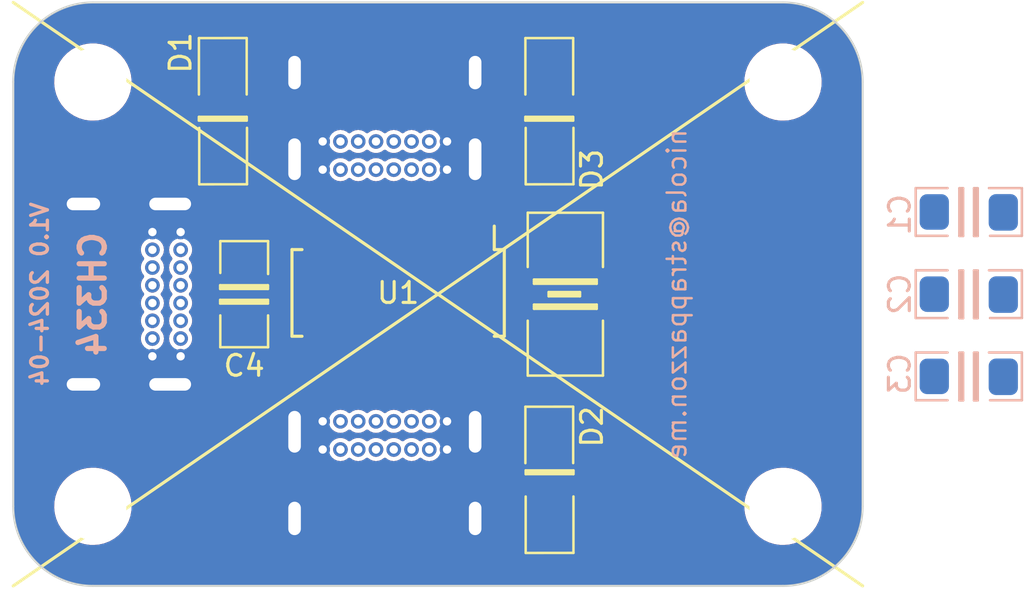
<source format=kicad_pcb>
(kicad_pcb (version 20221018) (generator pcbnew)
  (layers (0 "F.Cu" signal) (31 "B.Cu" signal) (34 "B.Paste" user) (35 "F.Paste" user) (36 "B.SilkS" user "B.Silkscreen") (37 "F.SilkS" user "F.Silkscreen") (38 "B.Mask" user) (39 "F.Mask" user) (44 "Edge.Cuts" user))
  (net 0 "")
  (net 1 "GND")
  (net 2 "Net-(C1-Pad1)")
  (net 3 "Net-(D1-A)")
  (net 7 "DP1")
  (net 8 "DM1")
  (net 11 "DP2")
  (net 12 "DM2")
  (net 14 "Net-(U1-XO)")
  (net 15 "Net-(U1-XI)")
  (net 30 "VCC")
  (net 31 "Net-(D2-K)")
  (net 32 "Net-(D3-K)")
  (net 33 "DPU")
  (net 34 "DMU")
  (footprint "MountingHole:MountingHole_3.2mm_M3" (layer "F.Cu") (at 132.08 127)
    (fp_text reference "H4" hide)
    (fp_text value "MountingHole" hide)
    (pad "" np_thru_hole circle (at 0 0) (size 3.2 3.2) (drill 3.2) (layers "*.Cu" "*.Mask"))
  )
  (footprint "MountingHole:MountingHole_3.2mm_M3" (layer "F.Cu") (at 165.1 106.68)
    (fp_text reference "H2" hide)
    (fp_text value "MountingHole" hide)
    (pad "" np_thru_hole circle (at 0 0) (size 3.2 3.2) (drill 3.2) (layers "*.Cu" "*.Mask"))
  )
  (footprint "Package_SO:SSOP-28_3.9x9.9mm_P0.635mm" (layer "F.Cu") (at 146.685 116.78 -90)
    (fp_text reference "U1" (at 0 0 -180) (layer "F.SilkS"))
    (fp_text value "CH334U" hide)
    (fp_line (start -2.075 -5.08) (end -2.075 -4.6) (stroke (width 0.15)) (layer "F.SilkS"))
    (fp_line (start -2.075 -5.08) (end 2.075 -5.08) (stroke (width 0.15)) (layer "F.SilkS"))
    (fp_line (start -2.075 -4.6) (end -3.2 -4.6) (stroke (width 0.15)) (layer "F.SilkS"))
    (fp_line (start -2.075 5.08) (end -2.075 4.6) (stroke (width 0.15)) (layer "F.SilkS"))
    (fp_line (start -2.075 5.08) (end 2.075 5.08) (stroke (width 0.15)) (layer "F.SilkS"))
    (fp_line (start 2.075 -5.08) (end 2.075 -4.6) (stroke (width 0.15)) (layer "F.SilkS"))
    (fp_line (start 2.075 5.08) (end 2.075 4.6) (stroke (width 0.15)) (layer "F.SilkS"))
    (pad "1" smd rect (at -2.6 -4.1275 270) (size 1.2 0.4) (layers "F.Cu" "F.Paste" "F.Mask") (net 1 "GND"))
    (pad "2" smd rect (at -2.6 -3.4925 270) (size 1.2 0.4) (layers "F.Cu" "F.Paste" "F.Mask") (net 14 "Net-(U1-XO)"))
    (pad "3" smd rect (at -2.6 -2.8575 270) (size 1.2 0.4) (layers "F.Cu" "F.Paste" "F.Mask") (net 15 "Net-(U1-XI)"))
    (pad "4" smd rect (at -2.6 -2.2225 270) (size 1.2 0.4) (layers "F.Cu" "F.Paste" "F.Mask"))
    (pad "5" smd rect (at -2.6 -1.5875 270) (size 1.2 0.4) (layers "F.Cu" "F.Paste" "F.Mask"))
    (pad "6" smd rect (at -2.6 -0.9525 270) (size 1.2 0.4) (layers "F.Cu" "F.Paste" "F.Mask"))
    (pad "7" smd rect (at -2.6 -0.3175 270) (size 1.2 0.4) (layers "F.Cu" "F.Paste" "F.Mask"))
    (pad "8" smd rect (at -2.6 0.3175 270) (size 1.2 0.4) (layers "F.Cu" "F.Paste" "F.Mask") (net 12 "DM2"))
    (pad "9" smd rect (at -2.6 0.9525 270) (size 1.2 0.4) (layers "F.Cu" "F.Paste" "F.Mask") (net 11 "DP2"))
    (pad "10" smd rect (at -2.6 1.5875 270) (size 1.2 0.4) (layers "F.Cu" "F.Paste" "F.Mask") (net 8 "DM1"))
    (pad "11" smd rect (at -2.6 2.2225 270) (size 1.2 0.4) (layers "F.Cu" "F.Paste" "F.Mask") (net 7 "DP1"))
    (pad "12" smd rect (at -2.6 2.8575 270) (size 1.2 0.4) (layers "F.Cu" "F.Paste" "F.Mask") (net 1 "GND"))
    (pad "13" smd rect (at -2.6 3.4925 270) (size 1.2 0.4) (layers "F.Cu" "F.Paste" "F.Mask") (net 2 "Net-(C1-Pad1)"))
    (pad "14" smd rect (at -2.6 4.1275 270) (size 1.2 0.4) (layers "F.Cu" "F.Paste" "F.Mask"))
    (pad "15" smd rect (at 2.6 4.1275 270) (size 1.2 0.4) (layers "F.Cu" "F.Paste" "F.Mask") (net 34 "DMU"))
    (pad "16" smd rect (at 2.6 3.4925 270) (size 1.2 0.4) (layers "F.Cu" "F.Paste" "F.Mask") (net 33 "DPU"))
    (pad "17" smd rect (at 2.6 2.8575 270) (size 1.2 0.4) (layers "F.Cu" "F.Paste" "F.Mask"))
    (pad "18" smd rect (at 2.6 2.2225 270) (size 1.2 0.4) (layers "F.Cu" "F.Paste" "F.Mask"))
    (pad "19" smd rect (at 2.6 1.5875 270) (size 1.2 0.4) (layers "F.Cu" "F.Paste" "F.Mask"))
    (pad "20" smd rect (at 2.6 0.9525 270) (size 1.2 0.4) (layers "F.Cu" "F.Paste" "F.Mask") (net 30 "VCC"))
    (pad "21" smd rect (at 2.6 0.3175 270) (size 1.2 0.4) (layers "F.Cu" "F.Paste" "F.Mask") (net 2 "Net-(C1-Pad1)"))
    (pad "22" smd rect (at 2.6 -0.3175 270) (size 1.2 0.4) (layers "F.Cu" "F.Paste" "F.Mask"))
    (pad "23" smd rect (at 2.6 -0.9525 270) (size 1.2 0.4) (layers "F.Cu" "F.Paste" "F.Mask"))
    (pad "24" smd rect (at 2.6 -1.5875 270) (size 1.2 0.4) (layers "F.Cu" "F.Paste" "F.Mask"))
    (pad "25" smd rect (at 2.6 -2.2225 270) (size 1.2 0.4) (layers "F.Cu" "F.Paste" "F.Mask"))
    (pad "26" smd rect (at 2.6 -2.8575 270) (size 1.2 0.4) (layers "F.Cu" "F.Paste" "F.Mask"))
    (pad "27" smd rect (at 2.6 -3.4925 270) (size 1.2 0.4) (layers "F.Cu" "F.Paste" "F.Mask"))
    (pad "28" smd rect (at 2.6 -4.1275 270) (size 1.2 0.4) (layers "F.Cu" "F.Paste" "F.Mask") (net 1 "GND"))
  )
  (footprint "Library:SMA_DO_214AC" (layer "F.Cu") (at 138.303 108.077 -90)
    (fp_text reference "D1" (at -2.794 2.032 90) (layer "F.SilkS"))
    (fp_text value "1N4001" hide)
    (fp_line (start -3.5025 -1.136) (end -3.5 1.15) (stroke (width 0.12)) (layer "F.SilkS"))
    (fp_line (start -3.5 -1.136) (end -0.8 -1.136) (stroke (width 0.12)) (layer "F.SilkS"))
    (fp_line (start -3.5 1.15) (end -0.7975 1.15) (stroke (width 0.12)) (layer "F.SilkS"))
    (fp_line (start 0.2722 -1.136) (end 0.45 -1.136) (stroke (width 0.12)) (layer "F.SilkS"))
    (fp_line (start 0.2722 1.15) (end 0.2722 -1.136) (stroke (width 0.12)) (layer "F.SilkS"))
    (fp_line (start 0.2722 1.15) (end 0.45 1.15) (stroke (width 0.12)) (layer "F.SilkS"))
    (fp_line (start 0.3738 1.15) (end 0.3738 -1.136) (stroke (width 0.12)) (layer "F.SilkS"))
    (fp_line (start 0.45 1.15) (end 0.45 -1.136) (stroke (width 0.12)) (layer "F.SilkS"))
    (fp_line (start 3.5 -1.15) (end 0.7975 -1.15) (stroke (width 0.12)) (layer "F.SilkS"))
    (fp_line (start 3.5 1.136) (end 0.8 1.136) (stroke (width 0.12)) (layer "F.SilkS"))
    (fp_line (start 3.5025 1.136) (end 3.5 -1.15) (stroke (width 0.12)) (layer "F.SilkS"))
    (pad "1" smd roundrect (at -2 0 270) (size 2.5 1.8) (layers "F.Cu" "F.Paste" "F.Mask") (roundrect_rratio 0.1388888889) (net 30 "VCC"))
    (pad "2" smd roundrect (at 2 0 270) (size 2.5 1.8) (layers "F.Cu" "F.Paste" "F.Mask") (roundrect_rratio 0.1388888889) (net 3 "Net-(D1-A)"))
  )
  (footprint "Library:C1206" (layer "F.Cu") (at 139.319 116.84 90)
    (fp_text reference "C4" (at -3.429 0 unlocked) (layer "F.SilkS"))
    (fp_text value "1uF" hide)
    (fp_line (start -2.54 -1.143) (end -1.016 -1.143) (stroke (width 0.12)) (layer "F.SilkS"))
    (fp_line (start -2.54 1.143) (end -2.54 -1.143) (stroke (width 0.12)) (layer "F.SilkS"))
    (fp_line (start -2.54 1.143) (end -1.016 1.143) (stroke (width 0.12)) (layer "F.SilkS"))
    (fp_line (start -0.45 -1.15) (end -0.2722 -1.15) (stroke (width 0.12)) (layer "F.SilkS"))
    (fp_line (start -0.45 1.136) (end -0.45 -1.15) (stroke (width 0.12)) (layer "F.SilkS"))
    (fp_line (start -0.45 1.136) (end -0.2722 1.136) (stroke (width 0.12)) (layer "F.SilkS"))
    (fp_line (start -0.3484 1.136) (end -0.3484 -1.15) (stroke (width 0.12)) (layer "F.SilkS"))
    (fp_line (start -0.2722 1.136) (end -0.2722 -1.15) (stroke (width 0.12)) (layer "F.SilkS"))
    (fp_line (start 0.25 -1.15) (end 0.4278 -1.15) (stroke (width 0.12)) (layer "F.SilkS"))
    (fp_line (start 0.25 1.136) (end 0.25 -1.15) (stroke (width 0.12)) (layer "F.SilkS"))
    (fp_line (start 0.25 1.136) (end 0.4278 1.136) (stroke (width 0.12)) (layer "F.SilkS"))
    (fp_line (start 0.3516 1.136) (end 0.3516 -1.15) (stroke (width 0.12)) (layer "F.SilkS"))
    (fp_line (start 0.4278 1.136) (end 0.4278 -1.15) (stroke (width 0.12)) (layer "F.SilkS"))
    (fp_line (start 2.54 -1.143) (end 1.016 -1.143) (stroke (width 0.12)) (layer "F.SilkS"))
    (fp_line (start 2.54 -1.143) (end 2.54 1.143) (stroke (width 0.12)) (layer "F.SilkS"))
    (fp_line (start 2.54 1.143) (end 0.9652 1.143) (stroke (width 0.12)) (layer "F.SilkS"))
    (pad "1" smd roundrect (at -1.651 0 90) (size 1.4 1.7) (layers "F.Cu" "F.Paste" "F.Mask") (net 1 "GND"))
    (pad "2" smd roundrect (at 1.651 -0.02 90) (size 1.4 1.75) (layers "F.Cu" "F.Paste" "F.Mask") (net 30 "VCC"))
  )
  (footprint "MountingHole:MountingHole_3.2mm_M3" (layer "F.Cu") (at 132.08 106.68)
    (fp_text reference "H1" hide)
    (fp_text value "MountingHole" hide)
    (pad "" np_thru_hole circle (at 0 0) (size 3.2 3.2) (drill 3.2) (layers "*.Cu" "*.Mask"))
  )
  (footprint "Library:TH_USB_C" (layer "F.Cu") (at 132.715 116.84 -90)
    (fp_text reference "P1" hide)
    (fp_text value "USB_C_Receptacle_USB2.0" hide)
    (pad "A1" thru_hole circle (at -2.975 -3.5625 270) (size 0.7 0.7) (drill 0.4) (layers "*.Cu" "*.Mask") (net 1 "GND"))
    (pad "A4" thru_hole circle (at -2.125 -3.5625 270) (size 0.7 0.7) (drill 0.4) (layers "*.Cu" "*.Mask") (net 3 "Net-(D1-A)"))
    (pad "A5" thru_hole circle (at -1.275 -3.5625 270) (size 0.7 0.7) (drill 0.4) (layers "*.Cu" "*.Mask"))
    (pad "A6" thru_hole circle (at -0.425 -3.5625 270) (size 0.7 0.7) (drill 0.4) (layers "*.Cu" "*.Mask") (net 33 "DPU"))
    (pad "A7" thru_hole circle (at 0.425 -3.5625 270) (size 0.7 0.7) (drill 0.4) (layers "*.Cu" "*.Mask") (net 34 "DMU"))
    (pad "A8" thru_hole circle (at 1.275 -3.5625 270) (size 0.7 0.7) (drill 0.4) (layers "*.Cu" "*.Mask"))
    (pad "A9" thru_hole circle (at 2.125 -3.5625 270) (size 0.7 0.7) (drill 0.4) (layers "*.Cu" "*.Mask") (net 3 "Net-(D1-A)"))
    (pad "A12" thru_hole circle (at 2.975 -3.5625 270) (size 0.7 0.7) (drill 0.4) (layers "*.Cu" "*.Mask") (net 1 "GND"))
    (pad "B1" thru_hole circle (at 2.975 -2.2125 270) (size 0.7 0.7) (drill 0.4) (layers "*.Cu" "*.Mask") (net 1 "GND"))
    (pad "B4" thru_hole circle (at 2.125 -2.2125 270) (size 0.7 0.7) (drill 0.4) (layers "*.Cu" "*.Mask") (net 3 "Net-(D1-A)"))
    (pad "B5" thru_hole circle (at 1.275 -2.2125 270) (size 0.7 0.7) (drill 0.4) (layers "*.Cu" "*.Mask"))
    (pad "B6" thru_hole circle (at 0.425 -2.2125 270) (size 0.7 0.7) (drill 0.4) (layers "*.Cu" "*.Mask") (net 33 "DPU"))
    (pad "B7" thru_hole circle (at -0.425 -2.2125 270) (size 0.7 0.7) (drill 0.4) (layers "*.Cu" "*.Mask") (net 34 "DMU"))
    (pad "B8" thru_hole circle (at -1.275 -2.2125 270) (size 0.7 0.7) (drill 0.4) (layers "*.Cu" "*.Mask"))
    (pad "B9" thru_hole circle (at -2.125 -2.2125 270) (size 0.7 0.7) (drill 0.4) (layers "*.Cu" "*.Mask") (net 3 "Net-(D1-A)"))
    (pad "B12" thru_hole circle (at -2.975 -2.2125 270) (size 0.7 0.7) (drill 0.4) (layers "*.Cu" "*.Mask") (net 1 "GND"))
    (pad "S1" thru_hole oval (at -4.32 -3.0625 270) (size 0.9 3.2) (drill oval 0.6 2) (layers "*.Cu" "*.Mask") (net 1 "GND"))
    (pad "S1" thru_hole oval (at -4.32 1.0875 270) (size 0.9 2.3) (drill oval 0.6 1.6) (layers "*.Cu" "*.Mask") (net 1 "GND"))
    (pad "S1" thru_hole oval (at 4.32 -3.0625 270) (size 0.9 3.2) (drill oval 0.6 2) (layers "*.Cu" "*.Mask") (net 1 "GND"))
    (pad "S1" thru_hole oval (at 4.32 1.0875 270) (size 0.9 2.3) (drill oval 0.6 1.6) (layers "*.Cu" "*.Mask") (net 1 "GND"))
  )
  (footprint "Diode_SMD:D_SMA" (layer "F.Cu") (at 153.924 125.73 90)
    (fp_text reference "D2" (at 2.54 2.032 90) (layer "F.SilkS"))
    (fp_text value "1N4001" hide)
    (fp_line (start -3.5025 -1.136) (end -3.5 1.15) (stroke (width 0.12)) (layer "F.SilkS"))
    (fp_line (start -3.5 -1.136) (end -0.8 -1.136) (stroke (width 0.12)) (layer "F.SilkS"))
    (fp_line (start -3.5 1.15) (end -0.7975 1.15) (stroke (width 0.12)) (layer "F.SilkS"))
    (fp_line (start 0.2722 -1.136) (end 0.45 -1.136) (stroke (width 0.12)) (layer "F.SilkS"))
    (fp_line (start 0.2722 1.15) (end 0.2722 -1.136) (stroke (width 0.12)) (layer "F.SilkS"))
    (fp_line (start 0.2722 1.15) (end 0.45 1.15) (stroke (width 0.12)) (layer "F.SilkS"))
    (fp_line (start 0.3738 1.15) (end 0.3738 -1.136) (stroke (width 0.12)) (layer "F.SilkS"))
    (fp_line (start 0.45 1.15) (end 0.45 -1.136) (stroke (width 0.12)) (layer "F.SilkS"))
    (fp_line (start 3.5 -1.15) (end 0.7975 -1.15) (stroke (width 0.12)) (layer "F.SilkS"))
    (fp_line (start 3.5 1.136) (end 0.8 1.136) (stroke (width 0.12)) (layer "F.SilkS"))
    (fp_line (start 3.5025 1.136) (end 3.5 -1.15) (stroke (width 0.12)) (layer "F.SilkS"))
    (pad "1" smd roundrect (at -2 0 90) (size 2.5 1.8) (layers "F.Cu" "F.Paste" "F.Mask") (roundrect_rratio 0.1388888889) (net 31 "Net-(D2-K)"))
    (pad "2" smd roundrect (at 2 0 90) (size 2.5 1.8) (layers "F.Cu" "F.Paste" "F.Mask") (roundrect_rratio 0.1388888889) (net 30 "VCC"))
  )
  (footprint "Library:TH_USB_C" (layer "F.Cu") (at 146.05 107.315 180)
    (fp_text reference "P3" hide)
    (fp_text value "USB_C_Receptacle_USB2.0" hide)
    (pad "A1" thru_hole circle (at -2.975 -3.5625 180) (size 0.7 0.7) (drill 0.4) (layers "*.Cu" "*.Mask") (net 1 "GND"))
    (pad "A4" thru_hole circle (at -2.125 -3.5625 180) (size 0.7 0.7) (drill 0.4) (layers "*.Cu" "*.Mask") (net 32 "Net-(D3-K)"))
    (pad "A5" thru_hole circle (at -1.275 -3.5625 180) (size 0.7 0.7) (drill 0.4) (layers "*.Cu" "*.Mask"))
    (pad "A6" thru_hole circle (at -0.425 -3.5625 180) (size 0.7 0.7) (drill 0.4) (layers "*.Cu" "*.Mask") (net 11 "DP2"))
    (pad "A7" thru_hole circle (at 0.425 -3.5625 180) (size 0.7 0.7) (drill 0.4) (layers "*.Cu" "*.Mask") (net 12 "DM2"))
    (pad "A8" thru_hole circle (at 1.275 -3.5625 180) (size 0.7 0.7) (drill 0.4) (layers "*.Cu" "*.Mask"))
    (pad "A9" thru_hole circle (at 2.125 -3.5625 180) (size 0.7 0.7) (drill 0.4) (layers "*.Cu" "*.Mask") (net 32 "Net-(D3-K)"))
    (pad "A12" thru_hole circle (at 2.975 -3.5625 180) (size 0.7 0.7) (drill 0.4) (layers "*.Cu" "*.Mask") (net 1 "GND"))
    (pad "B1" thru_hole circle (at 2.975 -2.2125 180) (size 0.7 0.7) (drill 0.4) (layers "*.Cu" "*.Mask") (net 1 "GND"))
    (pad "B4" thru_hole circle (at 2.125 -2.2125 180) (size 0.7 0.7) (drill 0.4) (layers "*.Cu" "*.Mask") (net 32 "Net-(D3-K)"))
    (pad "B5" thru_hole circle (at 1.275 -2.2125 180) (size 0.7 0.7) (drill 0.4) (layers "*.Cu" "*.Mask"))
    (pad "B6" thru_hole circle (at 0.425 -2.2125 180) (size 0.7 0.7) (drill 0.4) (layers "*.Cu" "*.Mask") (net 11 "DP2"))
    (pad "B7" thru_hole circle (at -0.425 -2.2125 180) (size 0.7 0.7) (drill 0.4) (layers "*.Cu" "*.Mask") (net 12 "DM2"))
    (pad "B8" thru_hole circle (at -1.275 -2.2125 180) (size 0.7 0.7) (drill 0.4) (layers "*.Cu" "*.Mask"))
    (pad "B9" thru_hole circle (at -2.125 -2.2125 180) (size 0.7 0.7) (drill 0.4) (layers "*.Cu" "*.Mask") (net 32 "Net-(D3-K)"))
    (pad "B12" thru_hole circle (at -2.975 -2.2125 180) (size 0.7 0.7) (drill 0.4) (layers "*.Cu" "*.Mask") (net 1 "GND"))
    (pad "S1" thru_hole oval (at -4.32 -3.0625 180) (size 0.9 3.2) (drill oval 0.6 2) (layers "*.Cu" "*.Mask") (net 1 "GND"))
    (pad "S1" thru_hole oval (at -4.32 1.0875 180) (size 0.9 2.3) (drill oval 0.6 1.6) (layers "*.Cu" "*.Mask") (net 1 "GND"))
    (pad "S1" thru_hole oval (at 4.32 -3.0625 180) (size 0.9 3.2) (drill oval 0.6 2) (layers "*.Cu" "*.Mask") (net 1 "GND"))
    (pad "S1" thru_hole oval (at 4.32 1.0875 180) (size 0.9 2.3) (drill oval 0.6 1.6) (layers "*.Cu" "*.Mask") (net 1 "GND"))
  )
  (footprint "Library:TH_USB_C" (layer "F.Cu") (at 146.05 126.492)
    (fp_text reference "P2" hide)
    (fp_text value "USB_C_Receptacle_USB2.0" hide)
    (pad "A1" thru_hole circle (at -2.975 -3.5625) (size 0.7 0.7) (drill 0.4) (layers "*.Cu" "*.Mask") (net 1 "GND"))
    (pad "A4" thru_hole circle (at -2.125 -3.5625) (size 0.7 0.7) (drill 0.4) (layers "*.Cu" "*.Mask") (net 31 "Net-(D2-K)"))
    (pad "A5" thru_hole circle (at -1.275 -3.5625) (size 0.7 0.7) (drill 0.4) (layers "*.Cu" "*.Mask"))
    (pad "A6" thru_hole circle (at -0.425 -3.5625) (size 0.7 0.7) (drill 0.4) (layers "*.Cu" "*.Mask") (net 7 "DP1"))
    (pad "A7" thru_hole circle (at 0.425 -3.5625) (size 0.7 0.7) (drill 0.4) (layers "*.Cu" "*.Mask") (net 8 "DM1"))
    (pad "A8" thru_hole circle (at 1.275 -3.5625) (size 0.7 0.7) (drill 0.4) (layers "*.Cu" "*.Mask"))
    (pad "A9" thru_hole circle (at 2.125 -3.5625) (size 0.7 0.7) (drill 0.4) (layers "*.Cu" "*.Mask") (net 31 "Net-(D2-K)"))
    (pad "A12" thru_hole circle (at 2.975 -3.5625) (size 0.7 0.7) (drill 0.4) (layers "*.Cu" "*.Mask") (net 1 "GND"))
    (pad "B1" thru_hole circle (at 2.975 -2.2125) (size 0.7 0.7) (drill 0.4) (layers "*.Cu" "*.Mask") (net 1 "GND"))
    (pad "B4" thru_hole circle (at 2.125 -2.2125) (size 0.7 0.7) (drill 0.4) (layers "*.Cu" "*.Mask") (net 31 "Net-(D2-K)"))
    (pad "B5" thru_hole circle (at 1.275 -2.2125) (size 0.7 0.7) (drill 0.4) (layers "*.Cu" "*.Mask"))
    (pad "B6" thru_hole circle (at 0.425 -2.2125) (size 0.7 0.7) (drill 0.4) (layers "*.Cu" "*.Mask") (net 7 "DP1"))
    (pad "B7" thru_hole circle (at -0.425 -2.2125) (size 0.7 0.7) (drill 0.4) (layers "*.Cu" "*.Mask") (net 8 "DM1"))
    (pad "B8" thru_hole circle (at -1.275 -2.2125) (size 0.7 0.7) (drill 0.4) (layers "*.Cu" "*.Mask"))
    (pad "B9" thru_hole circle (at -2.125 -2.2125) (size 0.7 0.7) (drill 0.4) (layers "*.Cu" "*.Mask") (net 31 "Net-(D2-K)"))
    (pad "B12" thru_hole circle (at -2.975 -2.2125) (size 0.7 0.7) (drill 0.4) (layers "*.Cu" "*.Mask") (net 1 "GND"))
    (pad "S1" thru_hole oval (at -4.32 -3.0625) (size 0.9 3.2) (drill oval 0.6 2) (layers "*.Cu" "*.Mask") (net 1 "GND"))
    (pad "S1" thru_hole oval (at -4.32 1.0875) (size 0.9 2.3) (drill oval 0.6 1.6) (layers "*.Cu" "*.Mask") (net 1 "GND"))
    (pad "S1" thru_hole oval (at 4.32 -3.0625) (size 0.9 3.2) (drill oval 0.6 2) (layers "*.Cu" "*.Mask") (net 1 "GND"))
    (pad "S1" thru_hole oval (at 4.32 1.0875) (size 0.9 2.3) (drill oval 0.6 1.6) (layers "*.Cu" "*.Mask") (net 1 "GND"))
  )
  (footprint "Library:SMA_DO_214AC" (layer "F.Cu") (at 153.924 108.077 -90)
    (fp_text reference "D3" (at 2.794 -2.032 -90) (layer "F.SilkS"))
    (fp_text value "1N4001" hide)
    (fp_line (start -3.5025 -1.136) (end -3.5 1.15) (stroke (width 0.12)) (layer "F.SilkS"))
    (fp_line (start -3.5 -1.136) (end -0.8 -1.136) (stroke (width 0.12)) (layer "F.SilkS"))
    (fp_line (start -3.5 1.15) (end -0.7975 1.15) (stroke (width 0.12)) (layer "F.SilkS"))
    (fp_line (start 0.2722 -1.136) (end 0.45 -1.136) (stroke (width 0.12)) (layer "F.SilkS"))
    (fp_line (start 0.2722 1.15) (end 0.2722 -1.136) (stroke (width 0.12)) (layer "F.SilkS"))
    (fp_line (start 0.2722 1.15) (end 0.45 1.15) (stroke (width 0.12)) (layer "F.SilkS"))
    (fp_line (start 0.3738 1.15) (end 0.3738 -1.136) (stroke (width 0.12)) (layer "F.SilkS"))
    (fp_line (start 0.45 1.15) (end 0.45 -1.136) (stroke (width 0.12)) (layer "F.SilkS"))
    (fp_line (start 3.5 -1.15) (end 0.7975 -1.15) (stroke (width 0.12)) (layer "F.SilkS"))
    (fp_line (start 3.5 1.136) (end 0.8 1.136) (stroke (width 0.12)) (layer "F.SilkS"))
    (fp_line (start 3.5025 1.136) (end 3.5 -1.15) (stroke (width 0.12)) (layer "F.SilkS"))
    (pad "1" smd roundrect (at -2 0 270) (size 2.5 1.8) (layers "F.Cu" "F.Paste" "F.Mask") (roundrect_rratio 0.1388888889) (net 32 "Net-(D3-K)"))
    (pad "2" smd roundrect (at 2 0 270) (size 2.5 1.8) (layers "F.Cu" "F.Paste" "F.Mask") (roundrect_rratio 0.1388888889) (net 30 "VCC"))
  )
  (footprint "Library:SMD_O5032" (layer "F.Cu") (at 154.686 116.84 90)
    (fp_text reference "Y1" hide)
    (fp_text value "12MHz" hide)
    (fp_line (start -3.9 -1.8) (end -3.9 1.8) (stroke (width 0.12)) (layer "F.SilkS"))
    (fp_line (start -1.269 -1.8) (end -3.9 -1.8) (stroke (width 0.12)) (layer "F.SilkS"))
    (fp_line (start -1.269 1.8) (end -3.9 1.8) (stroke (width 0.12)) (layer "F.SilkS"))
    (fp_line (start -0.7 -1.5) (end -0.7 1.5) (stroke (width 0.12)) (layer "F.SilkS"))
    (fp_line (start -0.7 -1.5) (end -0.5 -1.5) (stroke (width 0.12)) (layer "F.SilkS"))
    (fp_line (start -0.7 1.5) (end -0.5 1.5) (stroke (width 0.12)) (layer "F.SilkS"))
    (fp_line (start -0.6 -1.5) (end -0.6 1.5) (stroke (width 0.12)) (layer "F.SilkS"))
    (fp_line (start -0.5 -1.5) (end -0.5 1.5) (stroke (width 0.12)) (layer "F.SilkS"))
    (fp_line (start -0.1 -0.8) (end -0.1 0.7) (stroke (width 0.12)) (layer "F.SilkS"))
    (fp_line (start -0.1 -0.8) (end 0.1 -0.8) (stroke (width 0.12)) (layer "F.SilkS"))
    (fp_line (start -0.1 0.7) (end 0.1 0.7) (stroke (width 0.12)) (layer "F.SilkS"))
    (fp_line (start 0 -0.8) (end 0 0.7) (stroke (width 0.12)) (layer "F.SilkS"))
    (fp_line (start 0.1 -0.8) (end 0.1 0.7) (stroke (width 0.12)) (layer "F.SilkS"))
    (fp_line (start 0.5 -1.5) (end 0.5 1.5) (stroke (width 0.12)) (layer "F.SilkS"))
    (fp_line (start 0.5 -1.5) (end 0.7 -1.5) (stroke (width 0.12)) (layer "F.SilkS"))
    (fp_line (start 0.5 1.5) (end 0.7 1.5) (stroke (width 0.12)) (layer "F.SilkS"))
    (fp_line (start 0.6 -1.5) (end 0.6 1.5) (stroke (width 0.12)) (layer "F.SilkS"))
    (fp_line (start 0.7 -1.5) (end 0.7 1.5) (stroke (width 0.12)) (layer "F.SilkS"))
    (fp_line (start 3.9 -1.8) (end 1.3 -1.8) (stroke (width 0.12)) (layer "F.SilkS"))
    (fp_line (start 3.9 -1.8) (end 3.9 1.8) (stroke (width 0.12)) (layer "F.SilkS"))
    (fp_line (start 3.9 1.8) (end 1.3 1.8) (stroke (width 0.12)) (layer "F.SilkS"))
    (pad "1" smd rect (at -2.5 0 90) (size 2.4 2.4) (layers "F.Cu" "F.Paste" "F.Mask") (net 15 "Net-(U1-XI)"))
    (pad "2" smd rect (at 2.5 0 90) (size 2.4 2.4) (layers "F.Cu" "F.Paste" "F.Mask") (net 14 "Net-(U1-XO)"))
  )
  (footprint "MountingHole:MountingHole_3.2mm_M3" (layer "F.Cu") (at 165.1 127)
    (fp_text reference "H3" hide)
    (fp_text value "MountingHole" hide)
    (pad "" np_thru_hole circle (at 0 0) (size 3.2 3.2) (drill 3.2) (layers "*.Cu" "*.Mask"))
  )
  (footprint "Library:C1206" (layer "B.Cu") (at 173.99 120.777)
    (fp_text reference "C3" (at -3.302 -0.127 90 unlocked) (layer "B.SilkS") (effects (justify mirror)))
    (fp_text value "1uF" hide)
    (fp_line (start -2.54 -1.143) (end -2.54 1.143) (stroke (width 0.12)) (layer "B.SilkS"))
    (fp_line (start -2.54 -1.143) (end -1.016 -1.143) (stroke (width 0.12)) (layer "B.SilkS"))
    (fp_line (start -2.54 1.143) (end -1.016 1.143) (stroke (width 0.12)) (layer "B.SilkS"))
    (fp_line (start -0.45 -1.136) (end -0.45 1.15) (stroke (width 0.12)) (layer "B.SilkS"))
    (fp_line (start -0.45 -1.136) (end -0.2722 -1.136) (stroke (width 0.12)) (layer "B.SilkS"))
    (fp_line (start -0.45 1.15) (end -0.2722 1.15) (stroke (width 0.12)) (layer "B.SilkS"))
    (fp_line (start -0.3484 -1.136) (end -0.3484 1.15) (stroke (width 0.12)) (layer "B.SilkS"))
    (fp_line (start -0.2722 -1.136) (end -0.2722 1.15) (stroke (width 0.12)) (layer "B.SilkS"))
    (fp_line (start 0.25 -1.136) (end 0.25 1.15) (stroke (width 0.12)) (layer "B.SilkS"))
    (fp_line (start 0.25 -1.136) (end 0.4278 -1.136) (stroke (width 0.12)) (layer "B.SilkS"))
    (fp_line (start 0.25 1.15) (end 0.4278 1.15) (stroke (width 0.12)) (layer "B.SilkS"))
    (fp_line (start 0.3516 -1.136) (end 0.3516 1.15) (stroke (width 0.12)) (layer "B.SilkS"))
    (fp_line (start 0.4278 -1.136) (end 0.4278 1.15) (stroke (width 0.12)) (layer "B.SilkS"))
    (fp_line (start 2.54 -1.143) (end 0.9652 -1.143) (stroke (width 0.12)) (layer "B.SilkS"))
    (fp_line (start 2.54 1.143) (end 1.016 1.143) (stroke (width 0.12)) (layer "B.SilkS"))
    (fp_line (start 2.54 1.143) (end 2.54 -1.143) (stroke (width 0.12)) (layer "B.SilkS"))
    (pad "1" smd roundrect (at -1.651 0) (size 1.4 1.7) (layers "B.Cu" "B.Paste" "B.Mask") (net 2 "Net-(C1-Pad1)"))
    (pad "2" smd roundrect (at 1.651 0.02) (size 1.4 1.75) (layers "B.Cu" "B.Paste" "B.Mask") (net 1 "GND"))
  )
  (footprint "Library:C1206" (layer "B.Cu") (at 173.99 116.84)
    (fp_text reference "C2" (at -3.302 0 90 unlocked) (layer "B.SilkS") (effects (justify mirror)))
    (fp_text value "0.1uF" hide)
    (fp_line (start -2.54 -1.143) (end -2.54 1.143) (stroke (width 0.12)) (layer "B.SilkS"))
    (fp_line (start -2.54 -1.143) (end -1.016 -1.143) (stroke (width 0.12)) (layer "B.SilkS"))
    (fp_line (start -2.54 1.143) (end -1.016 1.143) (stroke (width 0.12)) (layer "B.SilkS"))
    (fp_line (start -0.45 -1.136) (end -0.45 1.15) (stroke (width 0.12)) (layer "B.SilkS"))
    (fp_line (start -0.45 -1.136) (end -0.2722 -1.136) (stroke (width 0.12)) (layer "B.SilkS"))
    (fp_line (start -0.45 1.15) (end -0.2722 1.15) (stroke (width 0.12)) (layer "B.SilkS"))
    (fp_line (start -0.3484 -1.136) (end -0.3484 1.15) (stroke (width 0.12)) (layer "B.SilkS"))
    (fp_line (start -0.2722 -1.136) (end -0.2722 1.15) (stroke (width 0.12)) (layer "B.SilkS"))
    (fp_line (start 0.25 -1.136) (end 0.25 1.15) (stroke (width 0.12)) (layer "B.SilkS"))
    (fp_line (start 0.25 -1.136) (end 0.4278 -1.136) (stroke (width 0.12)) (layer "B.SilkS"))
    (fp_line (start 0.25 1.15) (end 0.4278 1.15) (stroke (width 0.12)) (layer "B.SilkS"))
    (fp_line (start 0.3516 -1.136) (end 0.3516 1.15) (stroke (width 0.12)) (layer "B.SilkS"))
    (fp_line (start 0.4278 -1.136) (end 0.4278 1.15) (stroke (width 0.12)) (layer "B.SilkS"))
    (fp_line (start 2.54 -1.143) (end 0.9652 -1.143) (stroke (width 0.12)) (layer "B.SilkS"))
    (fp_line (start 2.54 1.143) (end 1.016 1.143) (stroke (width 0.12)) (layer "B.SilkS"))
    (fp_line (start 2.54 1.143) (end 2.54 -1.143) (stroke (width 0.12)) (layer "B.SilkS"))
    (pad "1" smd roundrect (at -1.651 0) (size 1.4 1.7) (layers "B.Cu" "B.Paste" "B.Mask") (net 2 "Net-(C1-Pad1)"))
    (pad "2" smd roundrect (at 1.651 0.02) (size 1.4 1.75) (layers "B.Cu" "B.Paste" "B.Mask") (net 1 "GND"))
  )
  (footprint "Library:C1206" (layer "B.Cu") (at 173.99 112.903)
    (fp_text reference "C1" (at -3.302 0.127 90 unlocked) (layer "B.SilkS") (effects (justify mirror)))
    (fp_text value "10uF" hide)
    (fp_line (start -2.54 -1.143) (end -2.54 1.143) (stroke (width 0.12)) (layer "B.SilkS"))
    (fp_line (start -2.54 -1.143) (end -1.016 -1.143) (stroke (width 0.12)) (layer "B.SilkS"))
    (fp_line (start -2.54 1.143) (end -1.016 1.143) (stroke (width 0.12)) (layer "B.SilkS"))
    (fp_line (start -0.45 -1.136) (end -0.45 1.15) (stroke (width 0.12)) (layer "B.SilkS"))
    (fp_line (start -0.45 -1.136) (end -0.2722 -1.136) (stroke (width 0.12)) (layer "B.SilkS"))
    (fp_line (start -0.45 1.15) (end -0.2722 1.15) (stroke (width 0.12)) (layer "B.SilkS"))
    (fp_line (start -0.3484 -1.136) (end -0.3484 1.15) (stroke (width 0.12)) (layer "B.SilkS"))
    (fp_line (start -0.2722 -1.136) (end -0.2722 1.15) (stroke (width 0.12)) (layer "B.SilkS"))
    (fp_line (start 0.25 -1.136) (end 0.25 1.15) (stroke (width 0.12)) (layer "B.SilkS"))
    (fp_line (start 0.25 -1.136) (end 0.4278 -1.136) (stroke (width 0.12)) (layer "B.SilkS"))
    (fp_line (start 0.25 1.15) (end 0.4278 1.15) (stroke (width 0.12)) (layer "B.SilkS"))
    (fp_line (start 0.3516 -1.136) (end 0.3516 1.15) (stroke (width 0.12)) (layer "B.SilkS"))
    (fp_line (start 0.4278 -1.136) (end 0.4278 1.15) (stroke (width 0.12)) (layer "B.SilkS"))
    (fp_line (start 2.54 -1.143) (end 0.9652 -1.143) (stroke (width 0.12)) (layer "B.SilkS"))
    (fp_line (start 2.54 1.143) (end 1.016 1.143) (stroke (width 0.12)) (layer "B.SilkS"))
    (fp_line (start 2.54 1.143) (end 2.54 -1.143) (stroke (width 0.12)) (layer "B.SilkS"))
    (pad "1" smd roundrect (at -1.651 0) (size 1.4 1.7) (layers "B.Cu" "B.Paste" "B.Mask") (net 2 "Net-(C1-Pad1)"))
    (pad "2" smd roundrect (at 1.651 0.02) (size 1.4 1.75) (layers "B.Cu" "B.Paste" "B.Mask") (net 1 "GND"))
  )
  (gr_line (start 128.27 130.81) (end 168.91 102.87) (stroke (width 0.15)) (layer "F.SilkS"))
  (gr_line (start 128.27 102.87) (end 168.91 130.81) (stroke (width 0.15)) (layer "F.SilkS"))
  (gr_line (start 165.1 102.87) (end 132.08 102.87) (stroke (width 0.1)) (layer "Edge.Cuts"))
  (gr_arc (start 132.08 130.81) (mid 129.385923 129.694077) (end 128.27 127) (stroke (width 0.1)) (layer "Edge.Cuts"))
  (gr_arc (start 165.1 102.87) (mid 167.794084 103.985916) (end 168.91 106.68) (stroke (width 0.1)) (layer "Edge.Cuts"))
  (gr_line (start 132.08 130.81) (end 165.1 130.81) (stroke (width 0.1)) (layer "Edge.Cuts"))
  (gr_arc (start 128.27 106.68) (mid 129.385923 103.985923) (end 132.08 102.87) (stroke (width 0.1)) (layer "Edge.Cuts"))
  (gr_line (start 168.91 127) (end 168.91 106.68) (stroke (width 0.1)) (layer "Edge.Cuts"))
  (gr_line (start 128.27 106.68) (end 128.27 127) (stroke (width 0.1)) (layer "Edge.Cuts"))
  (gr_arc (start 168.91 127) (mid 167.794076 129.694074) (end 165.1 130.81) (stroke (width 0.1)) (layer "Edge.Cuts"))
  (gr_text "V1.0 2024-04" (at 129.54 116.84 90) (layer "B.SilkS") (effects (font (size 0.8 0.8) (thickness 0.16) bold) (justify mirror)))
  (gr_text "CH334" (at 132.08 116.84 90) (layer "B.SilkS") (effects (font (size 1.2 1.2) (thickness 0.25)) (justify mirror)))
  (gr_text "nicola@strappazzon.me" (at 160.02 116.84 90) (layer "B.SilkS") (effects (font (size 0.9 0.9) (thickness 0.12)) (justify mirror)))
  (segment (start 150.8125 120.8532) (end 150.8125 119.38) (width 0.25) (layer "F.Cu") (net 1))
  (segment (start 150.37 121.2957) (end 150.8125 120.8532) (width 0.25) (layer "F.Cu") (net 1))
  (segment (start 150.37 123.4295) (end 150.37 121.2957) (width 0.25) (layer "F.Cu") (net 1))
  (zone (net 30) (net_name "VCC") (layer "F.Cu") (connect_pads yes (clearance 0.2)) (min_thickness 0.2) (fill yes (thermal_gap 0.2) (thermal_bridge_width 0.2) (island_removal_mode 1) (island_area_min 10))
    (polygon (pts (xy 168.91 130.81) (xy 127.635 130.81) (xy 127.635 102.87) (xy 168.91 102.87)))
  )
  (zone (net 1) (net_name "GND") (layer "B.Cu") (connect_pads yes (clearance 0.2)) (min_thickness 0.2) (fill yes (thermal_gap 0.2) (thermal_bridge_width 0.2))
    (polygon (pts (xy 169.545 130.81) (xy 128.27 130.81) (xy 128.27 102.87) (xy 169.545 102.87)))
  )
)
</source>
